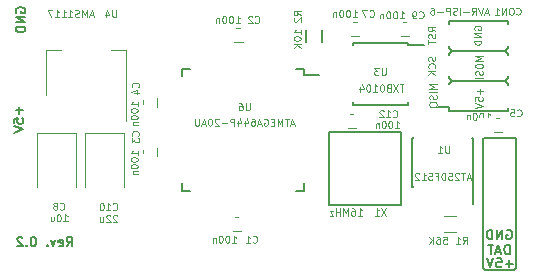
<source format=gbo>
G04 #@! TF.GenerationSoftware,KiCad,Pcbnew,no-vcs-found-200df95~58~ubuntu16.04.1*
G04 #@! TF.CreationDate,2017-05-29T15:27:06+03:00*
G04 #@! TF.ProjectId,ws281x_led_strip_controller,7773323831785F6C65645F7374726970,rev?*
G04 #@! TF.FileFunction,Legend,Bot*
G04 #@! TF.FilePolarity,Positive*
%FSLAX46Y46*%
G04 Gerber Fmt 4.6, Leading zero omitted, Abs format (unit mm)*
G04 Created by KiCad (PCBNEW no-vcs-found-200df95~58~ubuntu16.04.1) date Mon May 29 15:27:06 2017*
%MOMM*%
%LPD*%
G01*
G04 APERTURE LIST*
%ADD10C,0.100000*%
%ADD11C,0.140000*%
%ADD12C,0.200000*%
%ADD13C,0.120000*%
%ADD14C,0.150000*%
%ADD15R,5.500000X1.200000*%
%ADD16R,5.500000X1.700000*%
%ADD17R,1.600000X1.150000*%
%ADD18R,1.150000X1.600000*%
%ADD19R,2.900000X1.670000*%
%ADD20R,1.300000X1.600000*%
%ADD21R,1.850000X0.850000*%
%ADD22R,2.900000X2.350000*%
%ADD23R,1.000000X1.950000*%
%ADD24R,1.900000X2.400000*%
%ADD25R,4.200000X2.400000*%
%ADD26R,1.600000X1.300000*%
%ADD27O,2.100000X2.100000*%
%ADD28R,2.100000X2.100000*%
%ADD29R,0.950000X1.900000*%
%ADD30R,1.900000X0.950000*%
G04 APERTURE END LIST*
D10*
D11*
X75200000Y-73790476D02*
X75161904Y-73714285D01*
X75161904Y-73600000D01*
X75200000Y-73485714D01*
X75276190Y-73409523D01*
X75352380Y-73371428D01*
X75504761Y-73333333D01*
X75619047Y-73333333D01*
X75771428Y-73371428D01*
X75847619Y-73409523D01*
X75923809Y-73485714D01*
X75961904Y-73600000D01*
X75961904Y-73676190D01*
X75923809Y-73790476D01*
X75885714Y-73828571D01*
X75619047Y-73828571D01*
X75619047Y-73676190D01*
X75961904Y-74171428D02*
X75161904Y-74171428D01*
X75961904Y-74628571D01*
X75161904Y-74628571D01*
X75961904Y-75009523D02*
X75161904Y-75009523D01*
X75161904Y-75200000D01*
X75200000Y-75314285D01*
X75276190Y-75390476D01*
X75352380Y-75428571D01*
X75504761Y-75466666D01*
X75619047Y-75466666D01*
X75771428Y-75428571D01*
X75847619Y-75390476D01*
X75923809Y-75314285D01*
X75961904Y-75200000D01*
X75961904Y-75009523D01*
D12*
X114700000Y-84500000D02*
X114800000Y-84400000D01*
X114700000Y-95200000D02*
X114700000Y-84500000D01*
X114700000Y-95200000D02*
X114700000Y-95400000D01*
X114900000Y-95600000D02*
X114700000Y-95400000D01*
X117300000Y-95600000D02*
X114900000Y-95600000D01*
X117500000Y-95400000D02*
X117300000Y-95600000D01*
X117500000Y-84400000D02*
X117500000Y-95400000D01*
X114800000Y-84400000D02*
X117500000Y-84400000D01*
D11*
X117228571Y-95057142D02*
X116619047Y-95057142D01*
X116923809Y-95361904D02*
X116923809Y-94752380D01*
X115857142Y-94561904D02*
X116238095Y-94561904D01*
X116276190Y-94942857D01*
X116238095Y-94904761D01*
X116161904Y-94866666D01*
X115971428Y-94866666D01*
X115895238Y-94904761D01*
X115857142Y-94942857D01*
X115819047Y-95019047D01*
X115819047Y-95209523D01*
X115857142Y-95285714D01*
X115895238Y-95323809D01*
X115971428Y-95361904D01*
X116161904Y-95361904D01*
X116238095Y-95323809D01*
X116276190Y-95285714D01*
X115590476Y-94561904D02*
X115323809Y-95361904D01*
X115057142Y-94561904D01*
X116957142Y-94261904D02*
X116957142Y-93461904D01*
X116766666Y-93461904D01*
X116652380Y-93500000D01*
X116576190Y-93576190D01*
X116538095Y-93652380D01*
X116500000Y-93804761D01*
X116500000Y-93919047D01*
X116538095Y-94071428D01*
X116576190Y-94147619D01*
X116652380Y-94223809D01*
X116766666Y-94261904D01*
X116957142Y-94261904D01*
X116195238Y-94033333D02*
X115814285Y-94033333D01*
X116271428Y-94261904D02*
X116004761Y-93461904D01*
X115738095Y-94261904D01*
X115585714Y-93461904D02*
X115128571Y-93461904D01*
X115357142Y-94261904D02*
X115357142Y-93461904D01*
X116709523Y-92200000D02*
X116785714Y-92161904D01*
X116900000Y-92161904D01*
X117014285Y-92200000D01*
X117090476Y-92276190D01*
X117128571Y-92352380D01*
X117166666Y-92504761D01*
X117166666Y-92619047D01*
X117128571Y-92771428D01*
X117090476Y-92847619D01*
X117014285Y-92923809D01*
X116900000Y-92961904D01*
X116823809Y-92961904D01*
X116709523Y-92923809D01*
X116671428Y-92885714D01*
X116671428Y-92619047D01*
X116823809Y-92619047D01*
X116328571Y-92961904D02*
X116328571Y-92161904D01*
X115871428Y-92961904D01*
X115871428Y-92161904D01*
X115490476Y-92961904D02*
X115490476Y-92161904D01*
X115300000Y-92161904D01*
X115185714Y-92200000D01*
X115109523Y-92276190D01*
X115071428Y-92352380D01*
X115033333Y-92504761D01*
X115033333Y-92619047D01*
X115071428Y-92771428D01*
X115109523Y-92847619D01*
X115185714Y-92923809D01*
X115300000Y-92961904D01*
X115490476Y-92961904D01*
D13*
X114442857Y-80228571D02*
X114442857Y-80685714D01*
X114671428Y-80457142D02*
X114214285Y-80457142D01*
X114071428Y-81257142D02*
X114071428Y-80971428D01*
X114357142Y-80942857D01*
X114328571Y-80971428D01*
X114300000Y-81028571D01*
X114300000Y-81171428D01*
X114328571Y-81228571D01*
X114357142Y-81257142D01*
X114414285Y-81285714D01*
X114557142Y-81285714D01*
X114614285Y-81257142D01*
X114642857Y-81228571D01*
X114671428Y-81171428D01*
X114671428Y-81028571D01*
X114642857Y-80971428D01*
X114614285Y-80942857D01*
X114071428Y-81457142D02*
X114671428Y-81657142D01*
X114071428Y-81857142D01*
D11*
X75457142Y-81771428D02*
X75457142Y-82380952D01*
X75761904Y-82076190D02*
X75152380Y-82076190D01*
X74961904Y-83142857D02*
X74961904Y-82761904D01*
X75342857Y-82723809D01*
X75304761Y-82761904D01*
X75266666Y-82838095D01*
X75266666Y-83028571D01*
X75304761Y-83104761D01*
X75342857Y-83142857D01*
X75419047Y-83180952D01*
X75609523Y-83180952D01*
X75685714Y-83142857D01*
X75723809Y-83104761D01*
X75761904Y-83028571D01*
X75761904Y-82838095D01*
X75723809Y-82761904D01*
X75685714Y-82723809D01*
X74961904Y-83409523D02*
X75761904Y-83676190D01*
X74961904Y-83942857D01*
X79447619Y-93561904D02*
X79714285Y-93180952D01*
X79904761Y-93561904D02*
X79904761Y-92761904D01*
X79600000Y-92761904D01*
X79523809Y-92800000D01*
X79485714Y-92838095D01*
X79447619Y-92914285D01*
X79447619Y-93028571D01*
X79485714Y-93104761D01*
X79523809Y-93142857D01*
X79600000Y-93180952D01*
X79904761Y-93180952D01*
X78800000Y-93523809D02*
X78876190Y-93561904D01*
X79028571Y-93561904D01*
X79104761Y-93523809D01*
X79142857Y-93447619D01*
X79142857Y-93142857D01*
X79104761Y-93066666D01*
X79028571Y-93028571D01*
X78876190Y-93028571D01*
X78800000Y-93066666D01*
X78761904Y-93142857D01*
X78761904Y-93219047D01*
X79142857Y-93295238D01*
X78495238Y-93028571D02*
X78304761Y-93561904D01*
X78114285Y-93028571D01*
X77809523Y-93485714D02*
X77771428Y-93523809D01*
X77809523Y-93561904D01*
X77847619Y-93523809D01*
X77809523Y-93485714D01*
X77809523Y-93561904D01*
X76666666Y-92761904D02*
X76590476Y-92761904D01*
X76514285Y-92800000D01*
X76476190Y-92838095D01*
X76438095Y-92914285D01*
X76400000Y-93066666D01*
X76400000Y-93257142D01*
X76438095Y-93409523D01*
X76476190Y-93485714D01*
X76514285Y-93523809D01*
X76590476Y-93561904D01*
X76666666Y-93561904D01*
X76742857Y-93523809D01*
X76780952Y-93485714D01*
X76819047Y-93409523D01*
X76857142Y-93257142D01*
X76857142Y-93066666D01*
X76819047Y-92914285D01*
X76780952Y-92838095D01*
X76742857Y-92800000D01*
X76666666Y-92761904D01*
X76057142Y-93485714D02*
X76019047Y-93523809D01*
X76057142Y-93561904D01*
X76095238Y-93523809D01*
X76057142Y-93485714D01*
X76057142Y-93561904D01*
X75714285Y-92838095D02*
X75676190Y-92800000D01*
X75600000Y-92761904D01*
X75409523Y-92761904D01*
X75333333Y-92800000D01*
X75295238Y-92838095D01*
X75257142Y-92914285D01*
X75257142Y-92990476D01*
X75295238Y-93104761D01*
X75752380Y-93561904D01*
X75257142Y-93561904D01*
D13*
X114000000Y-75242857D02*
X113971428Y-75185714D01*
X113971428Y-75100000D01*
X114000000Y-75014285D01*
X114057142Y-74957142D01*
X114114285Y-74928571D01*
X114228571Y-74900000D01*
X114314285Y-74900000D01*
X114428571Y-74928571D01*
X114485714Y-74957142D01*
X114542857Y-75014285D01*
X114571428Y-75100000D01*
X114571428Y-75157142D01*
X114542857Y-75242857D01*
X114514285Y-75271428D01*
X114314285Y-75271428D01*
X114314285Y-75157142D01*
X114571428Y-75528571D02*
X113971428Y-75528571D01*
X114571428Y-75871428D01*
X113971428Y-75871428D01*
X114571428Y-76157142D02*
X113971428Y-76157142D01*
X113971428Y-76300000D01*
X114000000Y-76385714D01*
X114057142Y-76442857D01*
X114114285Y-76471428D01*
X114228571Y-76500000D01*
X114314285Y-76500000D01*
X114428571Y-76471428D01*
X114485714Y-76442857D01*
X114542857Y-76385714D01*
X114571428Y-76300000D01*
X114571428Y-76157142D01*
X114671428Y-77457142D02*
X114071428Y-77457142D01*
X114500000Y-77657142D01*
X114071428Y-77857142D01*
X114671428Y-77857142D01*
X114071428Y-78257142D02*
X114071428Y-78371428D01*
X114100000Y-78428571D01*
X114157142Y-78485714D01*
X114271428Y-78514285D01*
X114471428Y-78514285D01*
X114585714Y-78485714D01*
X114642857Y-78428571D01*
X114671428Y-78371428D01*
X114671428Y-78257142D01*
X114642857Y-78200000D01*
X114585714Y-78142857D01*
X114471428Y-78114285D01*
X114271428Y-78114285D01*
X114157142Y-78142857D01*
X114100000Y-78200000D01*
X114071428Y-78257142D01*
X114642857Y-78742857D02*
X114671428Y-78828571D01*
X114671428Y-78971428D01*
X114642857Y-79028571D01*
X114614285Y-79057142D01*
X114557142Y-79085714D01*
X114500000Y-79085714D01*
X114442857Y-79057142D01*
X114414285Y-79028571D01*
X114385714Y-78971428D01*
X114357142Y-78857142D01*
X114328571Y-78800000D01*
X114300000Y-78771428D01*
X114242857Y-78742857D01*
X114185714Y-78742857D01*
X114128571Y-78771428D01*
X114100000Y-78800000D01*
X114071428Y-78857142D01*
X114071428Y-79000000D01*
X114100000Y-79085714D01*
X114671428Y-79342857D02*
X114071428Y-79342857D01*
X110771428Y-79857142D02*
X110171428Y-79857142D01*
X110600000Y-80057142D01*
X110171428Y-80257142D01*
X110771428Y-80257142D01*
X110771428Y-80542857D02*
X110171428Y-80542857D01*
X110742857Y-80800000D02*
X110771428Y-80885714D01*
X110771428Y-81028571D01*
X110742857Y-81085714D01*
X110714285Y-81114285D01*
X110657142Y-81142857D01*
X110600000Y-81142857D01*
X110542857Y-81114285D01*
X110514285Y-81085714D01*
X110485714Y-81028571D01*
X110457142Y-80914285D01*
X110428571Y-80857142D01*
X110400000Y-80828571D01*
X110342857Y-80800000D01*
X110285714Y-80800000D01*
X110228571Y-80828571D01*
X110200000Y-80857142D01*
X110171428Y-80914285D01*
X110171428Y-81057142D01*
X110200000Y-81142857D01*
X110171428Y-81514285D02*
X110171428Y-81628571D01*
X110200000Y-81685714D01*
X110257142Y-81742857D01*
X110371428Y-81771428D01*
X110571428Y-81771428D01*
X110685714Y-81742857D01*
X110742857Y-81685714D01*
X110771428Y-81628571D01*
X110771428Y-81514285D01*
X110742857Y-81457142D01*
X110685714Y-81400000D01*
X110571428Y-81371428D01*
X110371428Y-81371428D01*
X110257142Y-81400000D01*
X110200000Y-81457142D01*
X110171428Y-81514285D01*
X110642857Y-77528571D02*
X110671428Y-77614285D01*
X110671428Y-77757142D01*
X110642857Y-77814285D01*
X110614285Y-77842857D01*
X110557142Y-77871428D01*
X110500000Y-77871428D01*
X110442857Y-77842857D01*
X110414285Y-77814285D01*
X110385714Y-77757142D01*
X110357142Y-77642857D01*
X110328571Y-77585714D01*
X110300000Y-77557142D01*
X110242857Y-77528571D01*
X110185714Y-77528571D01*
X110128571Y-77557142D01*
X110100000Y-77585714D01*
X110071428Y-77642857D01*
X110071428Y-77785714D01*
X110100000Y-77871428D01*
X110614285Y-78471428D02*
X110642857Y-78442857D01*
X110671428Y-78357142D01*
X110671428Y-78300000D01*
X110642857Y-78214285D01*
X110585714Y-78157142D01*
X110528571Y-78128571D01*
X110414285Y-78100000D01*
X110328571Y-78100000D01*
X110214285Y-78128571D01*
X110157142Y-78157142D01*
X110100000Y-78214285D01*
X110071428Y-78300000D01*
X110071428Y-78357142D01*
X110100000Y-78442857D01*
X110128571Y-78471428D01*
X110671428Y-78728571D02*
X110071428Y-78728571D01*
X110671428Y-79071428D02*
X110328571Y-78814285D01*
X110071428Y-79071428D02*
X110414285Y-78728571D01*
X110671428Y-75371428D02*
X110385714Y-75171428D01*
X110671428Y-75028571D02*
X110071428Y-75028571D01*
X110071428Y-75257142D01*
X110100000Y-75314285D01*
X110128571Y-75342857D01*
X110185714Y-75371428D01*
X110271428Y-75371428D01*
X110328571Y-75342857D01*
X110357142Y-75314285D01*
X110385714Y-75257142D01*
X110385714Y-75028571D01*
X110642857Y-75600000D02*
X110671428Y-75685714D01*
X110671428Y-75828571D01*
X110642857Y-75885714D01*
X110614285Y-75914285D01*
X110557142Y-75942857D01*
X110500000Y-75942857D01*
X110442857Y-75914285D01*
X110414285Y-75885714D01*
X110385714Y-75828571D01*
X110357142Y-75714285D01*
X110328571Y-75657142D01*
X110300000Y-75628571D01*
X110242857Y-75600000D01*
X110185714Y-75600000D01*
X110128571Y-75628571D01*
X110100000Y-75657142D01*
X110071428Y-75714285D01*
X110071428Y-75857142D01*
X110100000Y-75942857D01*
X110071428Y-76114285D02*
X110071428Y-76457142D01*
X110671428Y-76285714D02*
X110071428Y-76285714D01*
D14*
X101650000Y-90100000D02*
X101652000Y-83901200D01*
X107750000Y-90100000D02*
X101650000Y-90100000D01*
X107750000Y-83900000D02*
X107750000Y-90100000D01*
X101652000Y-83901200D02*
X107750000Y-83900000D01*
D13*
X103550000Y-75800000D02*
X104250000Y-75800000D01*
X104250000Y-74600000D02*
X103550000Y-74600000D01*
X94350000Y-75100000D02*
X93650000Y-75100000D01*
X93650000Y-76300000D02*
X94350000Y-76300000D01*
X93550000Y-92300000D02*
X94250000Y-92300000D01*
X94250000Y-91100000D02*
X93550000Y-91100000D01*
X87100000Y-85950000D02*
X87100000Y-85250000D01*
X85900000Y-85250000D02*
X85900000Y-85950000D01*
X87100000Y-81750000D02*
X87100000Y-81050000D01*
X85900000Y-81050000D02*
X85900000Y-81750000D01*
X108450000Y-74600000D02*
X107750000Y-74600000D01*
X107750000Y-75800000D02*
X108450000Y-75800000D01*
D14*
X111800000Y-81800000D02*
X110900000Y-81800000D01*
X112050000Y-79570000D02*
X116550000Y-79570000D01*
X116800000Y-74490000D02*
X116800000Y-74770000D01*
X116800000Y-74490000D02*
X111800000Y-74490000D01*
X111800000Y-74490000D02*
X111800000Y-74770000D01*
X111800000Y-82110000D02*
X111800000Y-81830000D01*
X116800000Y-82110000D02*
X111800000Y-82110000D01*
X116800000Y-79951000D02*
X116800000Y-79824000D01*
X116800000Y-79824000D02*
X116546000Y-79570000D01*
X116546000Y-79570000D02*
X116800000Y-79316000D01*
X116800000Y-79316000D02*
X116800000Y-79189000D01*
X116800000Y-82110000D02*
X116800000Y-81830000D01*
X116800000Y-77411000D02*
X116800000Y-77284000D01*
X111800000Y-79189000D02*
X111800000Y-79316000D01*
X116546000Y-77030000D02*
X116800000Y-76776000D01*
X112054000Y-79570000D02*
X111800000Y-79824000D01*
X116800000Y-76776000D02*
X116800000Y-76649000D01*
X111800000Y-79824000D02*
X111800000Y-79951000D01*
X116800000Y-77284000D02*
X116546000Y-77030000D01*
X111800000Y-79316000D02*
X112054000Y-79570000D01*
X111800000Y-76649000D02*
X111800000Y-76776000D01*
X111800000Y-77284000D02*
X111800000Y-77411000D01*
X112054000Y-77030000D02*
X111800000Y-77284000D01*
X111800000Y-76776000D02*
X112054000Y-77030000D01*
X112050000Y-77030000D02*
X116550000Y-77030000D01*
X99725000Y-75300000D02*
X99725000Y-76300000D01*
X101075000Y-76300000D02*
X101075000Y-75300000D01*
X108325000Y-76500000D02*
X109675000Y-76500000D01*
X108325000Y-81625000D02*
X103675000Y-81625000D01*
X108325000Y-76375000D02*
X103675000Y-76375000D01*
X108325000Y-81625000D02*
X108325000Y-81400000D01*
X103675000Y-81625000D02*
X103675000Y-81400000D01*
X103675000Y-76375000D02*
X103675000Y-76600000D01*
X108325000Y-76375000D02*
X108325000Y-76500000D01*
D13*
X76950000Y-84000000D02*
X76950000Y-88550000D01*
X80250000Y-84000000D02*
X80250000Y-88550000D01*
X76950000Y-84000000D02*
X80250000Y-84000000D01*
X81050000Y-84000000D02*
X84350000Y-84000000D01*
X84350000Y-84000000D02*
X84350000Y-88550000D01*
X81050000Y-84000000D02*
X81050000Y-88550000D01*
D14*
X113830000Y-88575000D02*
X113830000Y-89975000D01*
X108730000Y-88575000D02*
X108730000Y-84425000D01*
X113880000Y-88575000D02*
X113880000Y-84425000D01*
X108730000Y-88575000D02*
X108875000Y-88575000D01*
X108730000Y-84425000D02*
X108875000Y-84425000D01*
X113880000Y-84425000D02*
X113735000Y-84425000D01*
X113880000Y-88575000D02*
X113830000Y-88575000D01*
D13*
X84510000Y-83000000D02*
X84510000Y-76990000D01*
X77690000Y-80750000D02*
X77690000Y-76990000D01*
X84510000Y-76990000D02*
X83250000Y-76990000D01*
X77690000Y-76990000D02*
X78950000Y-76990000D01*
X116350000Y-82700000D02*
X115650000Y-82700000D01*
X115650000Y-83900000D02*
X116350000Y-83900000D01*
X112400000Y-91020000D02*
X111400000Y-91020000D01*
X111400000Y-92380000D02*
X112400000Y-92380000D01*
X103250000Y-83600000D02*
X103950000Y-83600000D01*
X103950000Y-82400000D02*
X103250000Y-82400000D01*
D14*
X99575000Y-79100000D02*
X100850000Y-79100000D01*
X89225000Y-78525000D02*
X89900000Y-78525000D01*
X89225000Y-88875000D02*
X89900000Y-88875000D01*
X99575000Y-88875000D02*
X98900000Y-88875000D01*
X99575000Y-78525000D02*
X98900000Y-78525000D01*
X99575000Y-88875000D02*
X99575000Y-88200000D01*
X89225000Y-88875000D02*
X89225000Y-88200000D01*
X89225000Y-78525000D02*
X89225000Y-79200000D01*
X99575000Y-78525000D02*
X99575000Y-79100000D01*
D13*
X106485714Y-90371428D02*
X106085714Y-90971428D01*
X106085714Y-90371428D02*
X106485714Y-90971428D01*
X105542857Y-90971428D02*
X105885714Y-90971428D01*
X105714285Y-90971428D02*
X105714285Y-90371428D01*
X105771428Y-90457142D01*
X105828571Y-90514285D01*
X105885714Y-90542857D01*
X104114285Y-90971428D02*
X104457142Y-90971428D01*
X104285714Y-90971428D02*
X104285714Y-90371428D01*
X104342857Y-90457142D01*
X104400000Y-90514285D01*
X104457142Y-90542857D01*
X103600000Y-90371428D02*
X103714285Y-90371428D01*
X103771428Y-90400000D01*
X103800000Y-90428571D01*
X103857142Y-90514285D01*
X103885714Y-90628571D01*
X103885714Y-90857142D01*
X103857142Y-90914285D01*
X103828571Y-90942857D01*
X103771428Y-90971428D01*
X103657142Y-90971428D01*
X103600000Y-90942857D01*
X103571428Y-90914285D01*
X103542857Y-90857142D01*
X103542857Y-90714285D01*
X103571428Y-90657142D01*
X103600000Y-90628571D01*
X103657142Y-90600000D01*
X103771428Y-90600000D01*
X103828571Y-90628571D01*
X103857142Y-90657142D01*
X103885714Y-90714285D01*
X103285714Y-90971428D02*
X103285714Y-90371428D01*
X103085714Y-90800000D01*
X102885714Y-90371428D01*
X102885714Y-90971428D01*
X102600000Y-90971428D02*
X102600000Y-90371428D01*
X102600000Y-90657142D02*
X102257142Y-90657142D01*
X102257142Y-90971428D02*
X102257142Y-90371428D01*
X102028571Y-90571428D02*
X101714285Y-90571428D01*
X102028571Y-90971428D01*
X101714285Y-90971428D01*
X105100000Y-74114285D02*
X105128571Y-74142857D01*
X105214285Y-74171428D01*
X105271428Y-74171428D01*
X105357142Y-74142857D01*
X105414285Y-74085714D01*
X105442857Y-74028571D01*
X105471428Y-73914285D01*
X105471428Y-73828571D01*
X105442857Y-73714285D01*
X105414285Y-73657142D01*
X105357142Y-73600000D01*
X105271428Y-73571428D01*
X105214285Y-73571428D01*
X105128571Y-73600000D01*
X105100000Y-73628571D01*
X104900000Y-73571428D02*
X104500000Y-73571428D01*
X104757142Y-74171428D01*
X103671428Y-74171428D02*
X104014285Y-74171428D01*
X103842857Y-74171428D02*
X103842857Y-73571428D01*
X103900000Y-73657142D01*
X103957142Y-73714285D01*
X104014285Y-73742857D01*
X103300000Y-73571428D02*
X103242857Y-73571428D01*
X103185714Y-73600000D01*
X103157142Y-73628571D01*
X103128571Y-73685714D01*
X103100000Y-73800000D01*
X103100000Y-73942857D01*
X103128571Y-74057142D01*
X103157142Y-74114285D01*
X103185714Y-74142857D01*
X103242857Y-74171428D01*
X103300000Y-74171428D01*
X103357142Y-74142857D01*
X103385714Y-74114285D01*
X103414285Y-74057142D01*
X103442857Y-73942857D01*
X103442857Y-73800000D01*
X103414285Y-73685714D01*
X103385714Y-73628571D01*
X103357142Y-73600000D01*
X103300000Y-73571428D01*
X102728571Y-73571428D02*
X102671428Y-73571428D01*
X102614285Y-73600000D01*
X102585714Y-73628571D01*
X102557142Y-73685714D01*
X102528571Y-73800000D01*
X102528571Y-73942857D01*
X102557142Y-74057142D01*
X102585714Y-74114285D01*
X102614285Y-74142857D01*
X102671428Y-74171428D01*
X102728571Y-74171428D01*
X102785714Y-74142857D01*
X102814285Y-74114285D01*
X102842857Y-74057142D01*
X102871428Y-73942857D01*
X102871428Y-73800000D01*
X102842857Y-73685714D01*
X102814285Y-73628571D01*
X102785714Y-73600000D01*
X102728571Y-73571428D01*
X102271428Y-73771428D02*
X102271428Y-74171428D01*
X102271428Y-73828571D02*
X102242857Y-73800000D01*
X102185714Y-73771428D01*
X102100000Y-73771428D01*
X102042857Y-73800000D01*
X102014285Y-73857142D01*
X102014285Y-74171428D01*
X95400000Y-74614285D02*
X95428571Y-74642857D01*
X95514285Y-74671428D01*
X95571428Y-74671428D01*
X95657142Y-74642857D01*
X95714285Y-74585714D01*
X95742857Y-74528571D01*
X95771428Y-74414285D01*
X95771428Y-74328571D01*
X95742857Y-74214285D01*
X95714285Y-74157142D01*
X95657142Y-74100000D01*
X95571428Y-74071428D01*
X95514285Y-74071428D01*
X95428571Y-74100000D01*
X95400000Y-74128571D01*
X95171428Y-74128571D02*
X95142857Y-74100000D01*
X95085714Y-74071428D01*
X94942857Y-74071428D01*
X94885714Y-74100000D01*
X94857142Y-74128571D01*
X94828571Y-74185714D01*
X94828571Y-74242857D01*
X94857142Y-74328571D01*
X95200000Y-74671428D01*
X94828571Y-74671428D01*
X93771428Y-74671428D02*
X94114285Y-74671428D01*
X93942857Y-74671428D02*
X93942857Y-74071428D01*
X94000000Y-74157142D01*
X94057142Y-74214285D01*
X94114285Y-74242857D01*
X93400000Y-74071428D02*
X93342857Y-74071428D01*
X93285714Y-74100000D01*
X93257142Y-74128571D01*
X93228571Y-74185714D01*
X93200000Y-74300000D01*
X93200000Y-74442857D01*
X93228571Y-74557142D01*
X93257142Y-74614285D01*
X93285714Y-74642857D01*
X93342857Y-74671428D01*
X93400000Y-74671428D01*
X93457142Y-74642857D01*
X93485714Y-74614285D01*
X93514285Y-74557142D01*
X93542857Y-74442857D01*
X93542857Y-74300000D01*
X93514285Y-74185714D01*
X93485714Y-74128571D01*
X93457142Y-74100000D01*
X93400000Y-74071428D01*
X92828571Y-74071428D02*
X92771428Y-74071428D01*
X92714285Y-74100000D01*
X92685714Y-74128571D01*
X92657142Y-74185714D01*
X92628571Y-74300000D01*
X92628571Y-74442857D01*
X92657142Y-74557142D01*
X92685714Y-74614285D01*
X92714285Y-74642857D01*
X92771428Y-74671428D01*
X92828571Y-74671428D01*
X92885714Y-74642857D01*
X92914285Y-74614285D01*
X92942857Y-74557142D01*
X92971428Y-74442857D01*
X92971428Y-74300000D01*
X92942857Y-74185714D01*
X92914285Y-74128571D01*
X92885714Y-74100000D01*
X92828571Y-74071428D01*
X92371428Y-74271428D02*
X92371428Y-74671428D01*
X92371428Y-74328571D02*
X92342857Y-74300000D01*
X92285714Y-74271428D01*
X92200000Y-74271428D01*
X92142857Y-74300000D01*
X92114285Y-74357142D01*
X92114285Y-74671428D01*
X95200000Y-93214285D02*
X95228571Y-93242857D01*
X95314285Y-93271428D01*
X95371428Y-93271428D01*
X95457142Y-93242857D01*
X95514285Y-93185714D01*
X95542857Y-93128571D01*
X95571428Y-93014285D01*
X95571428Y-92928571D01*
X95542857Y-92814285D01*
X95514285Y-92757142D01*
X95457142Y-92700000D01*
X95371428Y-92671428D01*
X95314285Y-92671428D01*
X95228571Y-92700000D01*
X95200000Y-92728571D01*
X94628571Y-93271428D02*
X94971428Y-93271428D01*
X94800000Y-93271428D02*
X94800000Y-92671428D01*
X94857142Y-92757142D01*
X94914285Y-92814285D01*
X94971428Y-92842857D01*
X93471428Y-93271428D02*
X93814285Y-93271428D01*
X93642857Y-93271428D02*
X93642857Y-92671428D01*
X93700000Y-92757142D01*
X93757142Y-92814285D01*
X93814285Y-92842857D01*
X93100000Y-92671428D02*
X93042857Y-92671428D01*
X92985714Y-92700000D01*
X92957142Y-92728571D01*
X92928571Y-92785714D01*
X92900000Y-92900000D01*
X92900000Y-93042857D01*
X92928571Y-93157142D01*
X92957142Y-93214285D01*
X92985714Y-93242857D01*
X93042857Y-93271428D01*
X93100000Y-93271428D01*
X93157142Y-93242857D01*
X93185714Y-93214285D01*
X93214285Y-93157142D01*
X93242857Y-93042857D01*
X93242857Y-92900000D01*
X93214285Y-92785714D01*
X93185714Y-92728571D01*
X93157142Y-92700000D01*
X93100000Y-92671428D01*
X92528571Y-92671428D02*
X92471428Y-92671428D01*
X92414285Y-92700000D01*
X92385714Y-92728571D01*
X92357142Y-92785714D01*
X92328571Y-92900000D01*
X92328571Y-93042857D01*
X92357142Y-93157142D01*
X92385714Y-93214285D01*
X92414285Y-93242857D01*
X92471428Y-93271428D01*
X92528571Y-93271428D01*
X92585714Y-93242857D01*
X92614285Y-93214285D01*
X92642857Y-93157142D01*
X92671428Y-93042857D01*
X92671428Y-92900000D01*
X92642857Y-92785714D01*
X92614285Y-92728571D01*
X92585714Y-92700000D01*
X92528571Y-92671428D01*
X92071428Y-92871428D02*
X92071428Y-93271428D01*
X92071428Y-92928571D02*
X92042857Y-92900000D01*
X91985714Y-92871428D01*
X91900000Y-92871428D01*
X91842857Y-92900000D01*
X91814285Y-92957142D01*
X91814285Y-93271428D01*
X85514285Y-84200000D02*
X85542857Y-84171428D01*
X85571428Y-84085714D01*
X85571428Y-84028571D01*
X85542857Y-83942857D01*
X85485714Y-83885714D01*
X85428571Y-83857142D01*
X85314285Y-83828571D01*
X85228571Y-83828571D01*
X85114285Y-83857142D01*
X85057142Y-83885714D01*
X85000000Y-83942857D01*
X84971428Y-84028571D01*
X84971428Y-84085714D01*
X85000000Y-84171428D01*
X85028571Y-84200000D01*
X84971428Y-84400000D02*
X84971428Y-84771428D01*
X85200000Y-84571428D01*
X85200000Y-84657142D01*
X85228571Y-84714285D01*
X85257142Y-84742857D01*
X85314285Y-84771428D01*
X85457142Y-84771428D01*
X85514285Y-84742857D01*
X85542857Y-84714285D01*
X85571428Y-84657142D01*
X85571428Y-84485714D01*
X85542857Y-84428571D01*
X85514285Y-84400000D01*
X85471428Y-85828571D02*
X85471428Y-85485714D01*
X85471428Y-85657142D02*
X84871428Y-85657142D01*
X84957142Y-85600000D01*
X85014285Y-85542857D01*
X85042857Y-85485714D01*
X84871428Y-86200000D02*
X84871428Y-86257142D01*
X84900000Y-86314285D01*
X84928571Y-86342857D01*
X84985714Y-86371428D01*
X85100000Y-86400000D01*
X85242857Y-86400000D01*
X85357142Y-86371428D01*
X85414285Y-86342857D01*
X85442857Y-86314285D01*
X85471428Y-86257142D01*
X85471428Y-86200000D01*
X85442857Y-86142857D01*
X85414285Y-86114285D01*
X85357142Y-86085714D01*
X85242857Y-86057142D01*
X85100000Y-86057142D01*
X84985714Y-86085714D01*
X84928571Y-86114285D01*
X84900000Y-86142857D01*
X84871428Y-86200000D01*
X84871428Y-86771428D02*
X84871428Y-86828571D01*
X84900000Y-86885714D01*
X84928571Y-86914285D01*
X84985714Y-86942857D01*
X85100000Y-86971428D01*
X85242857Y-86971428D01*
X85357142Y-86942857D01*
X85414285Y-86914285D01*
X85442857Y-86885714D01*
X85471428Y-86828571D01*
X85471428Y-86771428D01*
X85442857Y-86714285D01*
X85414285Y-86685714D01*
X85357142Y-86657142D01*
X85242857Y-86628571D01*
X85100000Y-86628571D01*
X84985714Y-86657142D01*
X84928571Y-86685714D01*
X84900000Y-86714285D01*
X84871428Y-86771428D01*
X85071428Y-87228571D02*
X85471428Y-87228571D01*
X85128571Y-87228571D02*
X85100000Y-87257142D01*
X85071428Y-87314285D01*
X85071428Y-87400000D01*
X85100000Y-87457142D01*
X85157142Y-87485714D01*
X85471428Y-87485714D01*
X85514285Y-80100000D02*
X85542857Y-80071428D01*
X85571428Y-79985714D01*
X85571428Y-79928571D01*
X85542857Y-79842857D01*
X85485714Y-79785714D01*
X85428571Y-79757142D01*
X85314285Y-79728571D01*
X85228571Y-79728571D01*
X85114285Y-79757142D01*
X85057142Y-79785714D01*
X85000000Y-79842857D01*
X84971428Y-79928571D01*
X84971428Y-79985714D01*
X85000000Y-80071428D01*
X85028571Y-80100000D01*
X85171428Y-80614285D02*
X85571428Y-80614285D01*
X84942857Y-80471428D02*
X85371428Y-80328571D01*
X85371428Y-80700000D01*
X85471428Y-81678571D02*
X85471428Y-81335714D01*
X85471428Y-81507142D02*
X84871428Y-81507142D01*
X84957142Y-81450000D01*
X85014285Y-81392857D01*
X85042857Y-81335714D01*
X84871428Y-82050000D02*
X84871428Y-82107142D01*
X84900000Y-82164285D01*
X84928571Y-82192857D01*
X84985714Y-82221428D01*
X85100000Y-82250000D01*
X85242857Y-82250000D01*
X85357142Y-82221428D01*
X85414285Y-82192857D01*
X85442857Y-82164285D01*
X85471428Y-82107142D01*
X85471428Y-82050000D01*
X85442857Y-81992857D01*
X85414285Y-81964285D01*
X85357142Y-81935714D01*
X85242857Y-81907142D01*
X85100000Y-81907142D01*
X84985714Y-81935714D01*
X84928571Y-81964285D01*
X84900000Y-81992857D01*
X84871428Y-82050000D01*
X84871428Y-82621428D02*
X84871428Y-82678571D01*
X84900000Y-82735714D01*
X84928571Y-82764285D01*
X84985714Y-82792857D01*
X85100000Y-82821428D01*
X85242857Y-82821428D01*
X85357142Y-82792857D01*
X85414285Y-82764285D01*
X85442857Y-82735714D01*
X85471428Y-82678571D01*
X85471428Y-82621428D01*
X85442857Y-82564285D01*
X85414285Y-82535714D01*
X85357142Y-82507142D01*
X85242857Y-82478571D01*
X85100000Y-82478571D01*
X84985714Y-82507142D01*
X84928571Y-82535714D01*
X84900000Y-82564285D01*
X84871428Y-82621428D01*
X85071428Y-83078571D02*
X85471428Y-83078571D01*
X85128571Y-83078571D02*
X85100000Y-83107142D01*
X85071428Y-83164285D01*
X85071428Y-83250000D01*
X85100000Y-83307142D01*
X85157142Y-83335714D01*
X85471428Y-83335714D01*
X109300000Y-74214285D02*
X109328571Y-74242857D01*
X109414285Y-74271428D01*
X109471428Y-74271428D01*
X109557142Y-74242857D01*
X109614285Y-74185714D01*
X109642857Y-74128571D01*
X109671428Y-74014285D01*
X109671428Y-73928571D01*
X109642857Y-73814285D01*
X109614285Y-73757142D01*
X109557142Y-73700000D01*
X109471428Y-73671428D01*
X109414285Y-73671428D01*
X109328571Y-73700000D01*
X109300000Y-73728571D01*
X109014285Y-74271428D02*
X108900000Y-74271428D01*
X108842857Y-74242857D01*
X108814285Y-74214285D01*
X108757142Y-74128571D01*
X108728571Y-74014285D01*
X108728571Y-73785714D01*
X108757142Y-73728571D01*
X108785714Y-73700000D01*
X108842857Y-73671428D01*
X108957142Y-73671428D01*
X109014285Y-73700000D01*
X109042857Y-73728571D01*
X109071428Y-73785714D01*
X109071428Y-73928571D01*
X109042857Y-73985714D01*
X109014285Y-74014285D01*
X108957142Y-74042857D01*
X108842857Y-74042857D01*
X108785714Y-74014285D01*
X108757142Y-73985714D01*
X108728571Y-73928571D01*
X107671428Y-74271428D02*
X108014285Y-74271428D01*
X107842857Y-74271428D02*
X107842857Y-73671428D01*
X107900000Y-73757142D01*
X107957142Y-73814285D01*
X108014285Y-73842857D01*
X107300000Y-73671428D02*
X107242857Y-73671428D01*
X107185714Y-73700000D01*
X107157142Y-73728571D01*
X107128571Y-73785714D01*
X107100000Y-73900000D01*
X107100000Y-74042857D01*
X107128571Y-74157142D01*
X107157142Y-74214285D01*
X107185714Y-74242857D01*
X107242857Y-74271428D01*
X107300000Y-74271428D01*
X107357142Y-74242857D01*
X107385714Y-74214285D01*
X107414285Y-74157142D01*
X107442857Y-74042857D01*
X107442857Y-73900000D01*
X107414285Y-73785714D01*
X107385714Y-73728571D01*
X107357142Y-73700000D01*
X107300000Y-73671428D01*
X106728571Y-73671428D02*
X106671428Y-73671428D01*
X106614285Y-73700000D01*
X106585714Y-73728571D01*
X106557142Y-73785714D01*
X106528571Y-73900000D01*
X106528571Y-74042857D01*
X106557142Y-74157142D01*
X106585714Y-74214285D01*
X106614285Y-74242857D01*
X106671428Y-74271428D01*
X106728571Y-74271428D01*
X106785714Y-74242857D01*
X106814285Y-74214285D01*
X106842857Y-74157142D01*
X106871428Y-74042857D01*
X106871428Y-73900000D01*
X106842857Y-73785714D01*
X106814285Y-73728571D01*
X106785714Y-73700000D01*
X106728571Y-73671428D01*
X106271428Y-73871428D02*
X106271428Y-74271428D01*
X106271428Y-73928571D02*
X106242857Y-73900000D01*
X106185714Y-73871428D01*
X106100000Y-73871428D01*
X106042857Y-73900000D01*
X106014285Y-73957142D01*
X106014285Y-74271428D01*
X117528571Y-73914285D02*
X117557142Y-73942857D01*
X117642857Y-73971428D01*
X117700000Y-73971428D01*
X117785714Y-73942857D01*
X117842857Y-73885714D01*
X117871428Y-73828571D01*
X117900000Y-73714285D01*
X117900000Y-73628571D01*
X117871428Y-73514285D01*
X117842857Y-73457142D01*
X117785714Y-73400000D01*
X117700000Y-73371428D01*
X117642857Y-73371428D01*
X117557142Y-73400000D01*
X117528571Y-73428571D01*
X117157142Y-73371428D02*
X117042857Y-73371428D01*
X116985714Y-73400000D01*
X116928571Y-73457142D01*
X116900000Y-73571428D01*
X116900000Y-73771428D01*
X116928571Y-73885714D01*
X116985714Y-73942857D01*
X117042857Y-73971428D01*
X117157142Y-73971428D01*
X117214285Y-73942857D01*
X117271428Y-73885714D01*
X117300000Y-73771428D01*
X117300000Y-73571428D01*
X117271428Y-73457142D01*
X117214285Y-73400000D01*
X117157142Y-73371428D01*
X116642857Y-73971428D02*
X116642857Y-73371428D01*
X116300000Y-73971428D01*
X116300000Y-73371428D01*
X115700000Y-73971428D02*
X116042857Y-73971428D01*
X115871428Y-73971428D02*
X115871428Y-73371428D01*
X115928571Y-73457142D01*
X115985714Y-73514285D01*
X116042857Y-73542857D01*
X115157142Y-73800000D02*
X114871428Y-73800000D01*
X115214285Y-73971428D02*
X115014285Y-73371428D01*
X114814285Y-73971428D01*
X114700000Y-73371428D02*
X114500000Y-73971428D01*
X114300000Y-73371428D01*
X113757142Y-73971428D02*
X113957142Y-73685714D01*
X114100000Y-73971428D02*
X114100000Y-73371428D01*
X113871428Y-73371428D01*
X113814285Y-73400000D01*
X113785714Y-73428571D01*
X113757142Y-73485714D01*
X113757142Y-73571428D01*
X113785714Y-73628571D01*
X113814285Y-73657142D01*
X113871428Y-73685714D01*
X114100000Y-73685714D01*
X113500000Y-73742857D02*
X113042857Y-73742857D01*
X112757142Y-73971428D02*
X112757142Y-73371428D01*
X112500000Y-73942857D02*
X112414285Y-73971428D01*
X112271428Y-73971428D01*
X112214285Y-73942857D01*
X112185714Y-73914285D01*
X112157142Y-73857142D01*
X112157142Y-73800000D01*
X112185714Y-73742857D01*
X112214285Y-73714285D01*
X112271428Y-73685714D01*
X112385714Y-73657142D01*
X112442857Y-73628571D01*
X112471428Y-73600000D01*
X112500000Y-73542857D01*
X112500000Y-73485714D01*
X112471428Y-73428571D01*
X112442857Y-73400000D01*
X112385714Y-73371428D01*
X112242857Y-73371428D01*
X112157142Y-73400000D01*
X111900000Y-73971428D02*
X111900000Y-73371428D01*
X111671428Y-73371428D01*
X111614285Y-73400000D01*
X111585714Y-73428571D01*
X111557142Y-73485714D01*
X111557142Y-73571428D01*
X111585714Y-73628571D01*
X111614285Y-73657142D01*
X111671428Y-73685714D01*
X111900000Y-73685714D01*
X111300000Y-73742857D02*
X110842857Y-73742857D01*
X110300000Y-73371428D02*
X110414285Y-73371428D01*
X110471428Y-73400000D01*
X110500000Y-73428571D01*
X110557142Y-73514285D01*
X110585714Y-73628571D01*
X110585714Y-73857142D01*
X110557142Y-73914285D01*
X110528571Y-73942857D01*
X110471428Y-73971428D01*
X110357142Y-73971428D01*
X110300000Y-73942857D01*
X110271428Y-73914285D01*
X110242857Y-73857142D01*
X110242857Y-73714285D01*
X110271428Y-73657142D01*
X110300000Y-73628571D01*
X110357142Y-73600000D01*
X110471428Y-73600000D01*
X110528571Y-73628571D01*
X110557142Y-73657142D01*
X110585714Y-73714285D01*
X99271428Y-74000000D02*
X98985714Y-73800000D01*
X99271428Y-73657142D02*
X98671428Y-73657142D01*
X98671428Y-73885714D01*
X98700000Y-73942857D01*
X98728571Y-73971428D01*
X98785714Y-74000000D01*
X98871428Y-74000000D01*
X98928571Y-73971428D01*
X98957142Y-73942857D01*
X98985714Y-73885714D01*
X98985714Y-73657142D01*
X98728571Y-74228571D02*
X98700000Y-74257142D01*
X98671428Y-74314285D01*
X98671428Y-74457142D01*
X98700000Y-74514285D01*
X98728571Y-74542857D01*
X98785714Y-74571428D01*
X98842857Y-74571428D01*
X98928571Y-74542857D01*
X99271428Y-74200000D01*
X99271428Y-74571428D01*
X99271428Y-75585714D02*
X99271428Y-75242857D01*
X99271428Y-75414285D02*
X98671428Y-75414285D01*
X98757142Y-75357142D01*
X98814285Y-75300000D01*
X98842857Y-75242857D01*
X98671428Y-75957142D02*
X98671428Y-76014285D01*
X98700000Y-76071428D01*
X98728571Y-76100000D01*
X98785714Y-76128571D01*
X98900000Y-76157142D01*
X99042857Y-76157142D01*
X99157142Y-76128571D01*
X99214285Y-76100000D01*
X99242857Y-76071428D01*
X99271428Y-76014285D01*
X99271428Y-75957142D01*
X99242857Y-75900000D01*
X99214285Y-75871428D01*
X99157142Y-75842857D01*
X99042857Y-75814285D01*
X98900000Y-75814285D01*
X98785714Y-75842857D01*
X98728571Y-75871428D01*
X98700000Y-75900000D01*
X98671428Y-75957142D01*
X99271428Y-76414285D02*
X98671428Y-76414285D01*
X99271428Y-76757142D02*
X98928571Y-76500000D01*
X98671428Y-76757142D02*
X99014285Y-76414285D01*
X106457142Y-78471428D02*
X106457142Y-78957142D01*
X106428571Y-79014285D01*
X106400000Y-79042857D01*
X106342857Y-79071428D01*
X106228571Y-79071428D01*
X106171428Y-79042857D01*
X106142857Y-79014285D01*
X106114285Y-78957142D01*
X106114285Y-78471428D01*
X105885714Y-78471428D02*
X105514285Y-78471428D01*
X105714285Y-78700000D01*
X105628571Y-78700000D01*
X105571428Y-78728571D01*
X105542857Y-78757142D01*
X105514285Y-78814285D01*
X105514285Y-78957142D01*
X105542857Y-79014285D01*
X105571428Y-79042857D01*
X105628571Y-79071428D01*
X105800000Y-79071428D01*
X105857142Y-79042857D01*
X105885714Y-79014285D01*
X108000000Y-79871428D02*
X107657142Y-79871428D01*
X107828571Y-80471428D02*
X107828571Y-79871428D01*
X107514285Y-79871428D02*
X107114285Y-80471428D01*
X107114285Y-79871428D02*
X107514285Y-80471428D01*
X106685714Y-80157142D02*
X106600000Y-80185714D01*
X106571428Y-80214285D01*
X106542857Y-80271428D01*
X106542857Y-80357142D01*
X106571428Y-80414285D01*
X106600000Y-80442857D01*
X106657142Y-80471428D01*
X106885714Y-80471428D01*
X106885714Y-79871428D01*
X106685714Y-79871428D01*
X106628571Y-79900000D01*
X106600000Y-79928571D01*
X106571428Y-79985714D01*
X106571428Y-80042857D01*
X106600000Y-80100000D01*
X106628571Y-80128571D01*
X106685714Y-80157142D01*
X106885714Y-80157142D01*
X106171428Y-79871428D02*
X106114285Y-79871428D01*
X106057142Y-79900000D01*
X106028571Y-79928571D01*
X106000000Y-79985714D01*
X105971428Y-80100000D01*
X105971428Y-80242857D01*
X106000000Y-80357142D01*
X106028571Y-80414285D01*
X106057142Y-80442857D01*
X106114285Y-80471428D01*
X106171428Y-80471428D01*
X106228571Y-80442857D01*
X106257142Y-80414285D01*
X106285714Y-80357142D01*
X106314285Y-80242857D01*
X106314285Y-80100000D01*
X106285714Y-79985714D01*
X106257142Y-79928571D01*
X106228571Y-79900000D01*
X106171428Y-79871428D01*
X105400000Y-80471428D02*
X105742857Y-80471428D01*
X105571428Y-80471428D02*
X105571428Y-79871428D01*
X105628571Y-79957142D01*
X105685714Y-80014285D01*
X105742857Y-80042857D01*
X105028571Y-79871428D02*
X104971428Y-79871428D01*
X104914285Y-79900000D01*
X104885714Y-79928571D01*
X104857142Y-79985714D01*
X104828571Y-80100000D01*
X104828571Y-80242857D01*
X104857142Y-80357142D01*
X104885714Y-80414285D01*
X104914285Y-80442857D01*
X104971428Y-80471428D01*
X105028571Y-80471428D01*
X105085714Y-80442857D01*
X105114285Y-80414285D01*
X105142857Y-80357142D01*
X105171428Y-80242857D01*
X105171428Y-80100000D01*
X105142857Y-79985714D01*
X105114285Y-79928571D01*
X105085714Y-79900000D01*
X105028571Y-79871428D01*
X104314285Y-80071428D02*
X104314285Y-80471428D01*
X104457142Y-79842857D02*
X104600000Y-80271428D01*
X104228571Y-80271428D01*
X78900000Y-90414285D02*
X78928571Y-90442857D01*
X79014285Y-90471428D01*
X79071428Y-90471428D01*
X79157142Y-90442857D01*
X79214285Y-90385714D01*
X79242857Y-90328571D01*
X79271428Y-90214285D01*
X79271428Y-90128571D01*
X79242857Y-90014285D01*
X79214285Y-89957142D01*
X79157142Y-89900000D01*
X79071428Y-89871428D01*
X79014285Y-89871428D01*
X78928571Y-89900000D01*
X78900000Y-89928571D01*
X78557142Y-90128571D02*
X78614285Y-90100000D01*
X78642857Y-90071428D01*
X78671428Y-90014285D01*
X78671428Y-89985714D01*
X78642857Y-89928571D01*
X78614285Y-89900000D01*
X78557142Y-89871428D01*
X78442857Y-89871428D01*
X78385714Y-89900000D01*
X78357142Y-89928571D01*
X78328571Y-89985714D01*
X78328571Y-90014285D01*
X78357142Y-90071428D01*
X78385714Y-90100000D01*
X78442857Y-90128571D01*
X78557142Y-90128571D01*
X78614285Y-90157142D01*
X78642857Y-90185714D01*
X78671428Y-90242857D01*
X78671428Y-90357142D01*
X78642857Y-90414285D01*
X78614285Y-90442857D01*
X78557142Y-90471428D01*
X78442857Y-90471428D01*
X78385714Y-90442857D01*
X78357142Y-90414285D01*
X78328571Y-90357142D01*
X78328571Y-90242857D01*
X78357142Y-90185714D01*
X78385714Y-90157142D01*
X78442857Y-90128571D01*
X79185714Y-91471428D02*
X79528571Y-91471428D01*
X79357142Y-91471428D02*
X79357142Y-90871428D01*
X79414285Y-90957142D01*
X79471428Y-91014285D01*
X79528571Y-91042857D01*
X78814285Y-90871428D02*
X78757142Y-90871428D01*
X78700000Y-90900000D01*
X78671428Y-90928571D01*
X78642857Y-90985714D01*
X78614285Y-91100000D01*
X78614285Y-91242857D01*
X78642857Y-91357142D01*
X78671428Y-91414285D01*
X78700000Y-91442857D01*
X78757142Y-91471428D01*
X78814285Y-91471428D01*
X78871428Y-91442857D01*
X78900000Y-91414285D01*
X78928571Y-91357142D01*
X78957142Y-91242857D01*
X78957142Y-91100000D01*
X78928571Y-90985714D01*
X78900000Y-90928571D01*
X78871428Y-90900000D01*
X78814285Y-90871428D01*
X78100000Y-91071428D02*
X78100000Y-91471428D01*
X78357142Y-91071428D02*
X78357142Y-91385714D01*
X78328571Y-91442857D01*
X78271428Y-91471428D01*
X78185714Y-91471428D01*
X78128571Y-91442857D01*
X78100000Y-91414285D01*
X83385714Y-90464285D02*
X83414285Y-90492857D01*
X83500000Y-90521428D01*
X83557142Y-90521428D01*
X83642857Y-90492857D01*
X83700000Y-90435714D01*
X83728571Y-90378571D01*
X83757142Y-90264285D01*
X83757142Y-90178571D01*
X83728571Y-90064285D01*
X83700000Y-90007142D01*
X83642857Y-89950000D01*
X83557142Y-89921428D01*
X83500000Y-89921428D01*
X83414285Y-89950000D01*
X83385714Y-89978571D01*
X82814285Y-90521428D02*
X83157142Y-90521428D01*
X82985714Y-90521428D02*
X82985714Y-89921428D01*
X83042857Y-90007142D01*
X83100000Y-90064285D01*
X83157142Y-90092857D01*
X82442857Y-89921428D02*
X82385714Y-89921428D01*
X82328571Y-89950000D01*
X82300000Y-89978571D01*
X82271428Y-90035714D01*
X82242857Y-90150000D01*
X82242857Y-90292857D01*
X82271428Y-90407142D01*
X82300000Y-90464285D01*
X82328571Y-90492857D01*
X82385714Y-90521428D01*
X82442857Y-90521428D01*
X82500000Y-90492857D01*
X82528571Y-90464285D01*
X82557142Y-90407142D01*
X82585714Y-90292857D01*
X82585714Y-90150000D01*
X82557142Y-90035714D01*
X82528571Y-89978571D01*
X82500000Y-89950000D01*
X82442857Y-89921428D01*
X83728571Y-90978571D02*
X83700000Y-90950000D01*
X83642857Y-90921428D01*
X83500000Y-90921428D01*
X83442857Y-90950000D01*
X83414285Y-90978571D01*
X83385714Y-91035714D01*
X83385714Y-91092857D01*
X83414285Y-91178571D01*
X83757142Y-91521428D01*
X83385714Y-91521428D01*
X83157142Y-90978571D02*
X83128571Y-90950000D01*
X83071428Y-90921428D01*
X82928571Y-90921428D01*
X82871428Y-90950000D01*
X82842857Y-90978571D01*
X82814285Y-91035714D01*
X82814285Y-91092857D01*
X82842857Y-91178571D01*
X83185714Y-91521428D01*
X82814285Y-91521428D01*
X82300000Y-91121428D02*
X82300000Y-91521428D01*
X82557142Y-91121428D02*
X82557142Y-91435714D01*
X82528571Y-91492857D01*
X82471428Y-91521428D01*
X82385714Y-91521428D01*
X82328571Y-91492857D01*
X82300000Y-91464285D01*
X111857142Y-85071428D02*
X111857142Y-85557142D01*
X111828571Y-85614285D01*
X111800000Y-85642857D01*
X111742857Y-85671428D01*
X111628571Y-85671428D01*
X111571428Y-85642857D01*
X111542857Y-85614285D01*
X111514285Y-85557142D01*
X111514285Y-85071428D01*
X110914285Y-85671428D02*
X111257142Y-85671428D01*
X111085714Y-85671428D02*
X111085714Y-85071428D01*
X111142857Y-85157142D01*
X111200000Y-85214285D01*
X111257142Y-85242857D01*
X113657142Y-87800000D02*
X113371428Y-87800000D01*
X113714285Y-87971428D02*
X113514285Y-87371428D01*
X113314285Y-87971428D01*
X113200000Y-87371428D02*
X112857142Y-87371428D01*
X113028571Y-87971428D02*
X113028571Y-87371428D01*
X112685714Y-87428571D02*
X112657142Y-87400000D01*
X112600000Y-87371428D01*
X112457142Y-87371428D01*
X112400000Y-87400000D01*
X112371428Y-87428571D01*
X112342857Y-87485714D01*
X112342857Y-87542857D01*
X112371428Y-87628571D01*
X112714285Y-87971428D01*
X112342857Y-87971428D01*
X111800000Y-87371428D02*
X112085714Y-87371428D01*
X112114285Y-87657142D01*
X112085714Y-87628571D01*
X112028571Y-87600000D01*
X111885714Y-87600000D01*
X111828571Y-87628571D01*
X111800000Y-87657142D01*
X111771428Y-87714285D01*
X111771428Y-87857142D01*
X111800000Y-87914285D01*
X111828571Y-87942857D01*
X111885714Y-87971428D01*
X112028571Y-87971428D01*
X112085714Y-87942857D01*
X112114285Y-87914285D01*
X111514285Y-87971428D02*
X111514285Y-87371428D01*
X111371428Y-87371428D01*
X111285714Y-87400000D01*
X111228571Y-87457142D01*
X111200000Y-87514285D01*
X111171428Y-87628571D01*
X111171428Y-87714285D01*
X111200000Y-87828571D01*
X111228571Y-87885714D01*
X111285714Y-87942857D01*
X111371428Y-87971428D01*
X111514285Y-87971428D01*
X110714285Y-87657142D02*
X110914285Y-87657142D01*
X110914285Y-87971428D02*
X110914285Y-87371428D01*
X110628571Y-87371428D01*
X110114285Y-87371428D02*
X110400000Y-87371428D01*
X110428571Y-87657142D01*
X110400000Y-87628571D01*
X110342857Y-87600000D01*
X110200000Y-87600000D01*
X110142857Y-87628571D01*
X110114285Y-87657142D01*
X110085714Y-87714285D01*
X110085714Y-87857142D01*
X110114285Y-87914285D01*
X110142857Y-87942857D01*
X110200000Y-87971428D01*
X110342857Y-87971428D01*
X110400000Y-87942857D01*
X110428571Y-87914285D01*
X109514285Y-87971428D02*
X109857142Y-87971428D01*
X109685714Y-87971428D02*
X109685714Y-87371428D01*
X109742857Y-87457142D01*
X109800000Y-87514285D01*
X109857142Y-87542857D01*
X109285714Y-87428571D02*
X109257142Y-87400000D01*
X109200000Y-87371428D01*
X109057142Y-87371428D01*
X109000000Y-87400000D01*
X108971428Y-87428571D01*
X108942857Y-87485714D01*
X108942857Y-87542857D01*
X108971428Y-87628571D01*
X109314285Y-87971428D01*
X108942857Y-87971428D01*
X83657142Y-73571428D02*
X83657142Y-74057142D01*
X83628571Y-74114285D01*
X83600000Y-74142857D01*
X83542857Y-74171428D01*
X83428571Y-74171428D01*
X83371428Y-74142857D01*
X83342857Y-74114285D01*
X83314285Y-74057142D01*
X83314285Y-73571428D01*
X82771428Y-73771428D02*
X82771428Y-74171428D01*
X82914285Y-73542857D02*
X83057142Y-73971428D01*
X82685714Y-73971428D01*
X81714285Y-74000000D02*
X81428571Y-74000000D01*
X81771428Y-74171428D02*
X81571428Y-73571428D01*
X81371428Y-74171428D01*
X81171428Y-74171428D02*
X81171428Y-73571428D01*
X80971428Y-74000000D01*
X80771428Y-73571428D01*
X80771428Y-74171428D01*
X80514285Y-74142857D02*
X80428571Y-74171428D01*
X80285714Y-74171428D01*
X80228571Y-74142857D01*
X80200000Y-74114285D01*
X80171428Y-74057142D01*
X80171428Y-74000000D01*
X80200000Y-73942857D01*
X80228571Y-73914285D01*
X80285714Y-73885714D01*
X80400000Y-73857142D01*
X80457142Y-73828571D01*
X80485714Y-73800000D01*
X80514285Y-73742857D01*
X80514285Y-73685714D01*
X80485714Y-73628571D01*
X80457142Y-73600000D01*
X80400000Y-73571428D01*
X80257142Y-73571428D01*
X80171428Y-73600000D01*
X79600000Y-74171428D02*
X79942857Y-74171428D01*
X79771428Y-74171428D02*
X79771428Y-73571428D01*
X79828571Y-73657142D01*
X79885714Y-73714285D01*
X79942857Y-73742857D01*
X79028571Y-74171428D02*
X79371428Y-74171428D01*
X79200000Y-74171428D02*
X79200000Y-73571428D01*
X79257142Y-73657142D01*
X79314285Y-73714285D01*
X79371428Y-73742857D01*
X78457142Y-74171428D02*
X78800000Y-74171428D01*
X78628571Y-74171428D02*
X78628571Y-73571428D01*
X78685714Y-73657142D01*
X78742857Y-73714285D01*
X78800000Y-73742857D01*
X78257142Y-73571428D02*
X77857142Y-73571428D01*
X78114285Y-74171428D01*
X117600000Y-82514285D02*
X117628571Y-82542857D01*
X117714285Y-82571428D01*
X117771428Y-82571428D01*
X117857142Y-82542857D01*
X117914285Y-82485714D01*
X117942857Y-82428571D01*
X117971428Y-82314285D01*
X117971428Y-82228571D01*
X117942857Y-82114285D01*
X117914285Y-82057142D01*
X117857142Y-82000000D01*
X117771428Y-81971428D01*
X117714285Y-81971428D01*
X117628571Y-82000000D01*
X117600000Y-82028571D01*
X117057142Y-81971428D02*
X117342857Y-81971428D01*
X117371428Y-82257142D01*
X117342857Y-82228571D01*
X117285714Y-82200000D01*
X117142857Y-82200000D01*
X117085714Y-82228571D01*
X117057142Y-82257142D01*
X117028571Y-82314285D01*
X117028571Y-82457142D01*
X117057142Y-82514285D01*
X117085714Y-82542857D01*
X117142857Y-82571428D01*
X117285714Y-82571428D01*
X117342857Y-82542857D01*
X117371428Y-82514285D01*
X114971428Y-82871428D02*
X115314285Y-82871428D01*
X115142857Y-82871428D02*
X115142857Y-82271428D01*
X115200000Y-82357142D01*
X115257142Y-82414285D01*
X115314285Y-82442857D01*
X114600000Y-82271428D02*
X114542857Y-82271428D01*
X114485714Y-82300000D01*
X114457142Y-82328571D01*
X114428571Y-82385714D01*
X114400000Y-82500000D01*
X114400000Y-82642857D01*
X114428571Y-82757142D01*
X114457142Y-82814285D01*
X114485714Y-82842857D01*
X114542857Y-82871428D01*
X114600000Y-82871428D01*
X114657142Y-82842857D01*
X114685714Y-82814285D01*
X114714285Y-82757142D01*
X114742857Y-82642857D01*
X114742857Y-82500000D01*
X114714285Y-82385714D01*
X114685714Y-82328571D01*
X114657142Y-82300000D01*
X114600000Y-82271428D01*
X114028571Y-82271428D02*
X113971428Y-82271428D01*
X113914285Y-82300000D01*
X113885714Y-82328571D01*
X113857142Y-82385714D01*
X113828571Y-82500000D01*
X113828571Y-82642857D01*
X113857142Y-82757142D01*
X113885714Y-82814285D01*
X113914285Y-82842857D01*
X113971428Y-82871428D01*
X114028571Y-82871428D01*
X114085714Y-82842857D01*
X114114285Y-82814285D01*
X114142857Y-82757142D01*
X114171428Y-82642857D01*
X114171428Y-82500000D01*
X114142857Y-82385714D01*
X114114285Y-82328571D01*
X114085714Y-82300000D01*
X114028571Y-82271428D01*
X113571428Y-82471428D02*
X113571428Y-82871428D01*
X113571428Y-82528571D02*
X113542857Y-82500000D01*
X113485714Y-82471428D01*
X113400000Y-82471428D01*
X113342857Y-82500000D01*
X113314285Y-82557142D01*
X113314285Y-82871428D01*
X113000000Y-93371428D02*
X113200000Y-93085714D01*
X113342857Y-93371428D02*
X113342857Y-92771428D01*
X113114285Y-92771428D01*
X113057142Y-92800000D01*
X113028571Y-92828571D01*
X113000000Y-92885714D01*
X113000000Y-92971428D01*
X113028571Y-93028571D01*
X113057142Y-93057142D01*
X113114285Y-93085714D01*
X113342857Y-93085714D01*
X112428571Y-93371428D02*
X112771428Y-93371428D01*
X112600000Y-93371428D02*
X112600000Y-92771428D01*
X112657142Y-92857142D01*
X112714285Y-92914285D01*
X112771428Y-92942857D01*
X111342857Y-92771428D02*
X111628571Y-92771428D01*
X111657142Y-93057142D01*
X111628571Y-93028571D01*
X111571428Y-93000000D01*
X111428571Y-93000000D01*
X111371428Y-93028571D01*
X111342857Y-93057142D01*
X111314285Y-93114285D01*
X111314285Y-93257142D01*
X111342857Y-93314285D01*
X111371428Y-93342857D01*
X111428571Y-93371428D01*
X111571428Y-93371428D01*
X111628571Y-93342857D01*
X111657142Y-93314285D01*
X110800000Y-92771428D02*
X110914285Y-92771428D01*
X110971428Y-92800000D01*
X111000000Y-92828571D01*
X111057142Y-92914285D01*
X111085714Y-93028571D01*
X111085714Y-93257142D01*
X111057142Y-93314285D01*
X111028571Y-93342857D01*
X110971428Y-93371428D01*
X110857142Y-93371428D01*
X110800000Y-93342857D01*
X110771428Y-93314285D01*
X110742857Y-93257142D01*
X110742857Y-93114285D01*
X110771428Y-93057142D01*
X110800000Y-93028571D01*
X110857142Y-93000000D01*
X110971428Y-93000000D01*
X111028571Y-93028571D01*
X111057142Y-93057142D01*
X111085714Y-93114285D01*
X110485714Y-93371428D02*
X110485714Y-92771428D01*
X110142857Y-93371428D02*
X110400000Y-93028571D01*
X110142857Y-92771428D02*
X110485714Y-93114285D01*
X107085714Y-82614285D02*
X107114285Y-82642857D01*
X107200000Y-82671428D01*
X107257142Y-82671428D01*
X107342857Y-82642857D01*
X107400000Y-82585714D01*
X107428571Y-82528571D01*
X107457142Y-82414285D01*
X107457142Y-82328571D01*
X107428571Y-82214285D01*
X107400000Y-82157142D01*
X107342857Y-82100000D01*
X107257142Y-82071428D01*
X107200000Y-82071428D01*
X107114285Y-82100000D01*
X107085714Y-82128571D01*
X106514285Y-82671428D02*
X106857142Y-82671428D01*
X106685714Y-82671428D02*
X106685714Y-82071428D01*
X106742857Y-82157142D01*
X106800000Y-82214285D01*
X106857142Y-82242857D01*
X106285714Y-82128571D02*
X106257142Y-82100000D01*
X106200000Y-82071428D01*
X106057142Y-82071428D01*
X106000000Y-82100000D01*
X105971428Y-82128571D01*
X105942857Y-82185714D01*
X105942857Y-82242857D01*
X105971428Y-82328571D01*
X106314285Y-82671428D01*
X105942857Y-82671428D01*
X107271428Y-83571428D02*
X107614285Y-83571428D01*
X107442857Y-83571428D02*
X107442857Y-82971428D01*
X107500000Y-83057142D01*
X107557142Y-83114285D01*
X107614285Y-83142857D01*
X106900000Y-82971428D02*
X106842857Y-82971428D01*
X106785714Y-83000000D01*
X106757142Y-83028571D01*
X106728571Y-83085714D01*
X106700000Y-83200000D01*
X106700000Y-83342857D01*
X106728571Y-83457142D01*
X106757142Y-83514285D01*
X106785714Y-83542857D01*
X106842857Y-83571428D01*
X106900000Y-83571428D01*
X106957142Y-83542857D01*
X106985714Y-83514285D01*
X107014285Y-83457142D01*
X107042857Y-83342857D01*
X107042857Y-83200000D01*
X107014285Y-83085714D01*
X106985714Y-83028571D01*
X106957142Y-83000000D01*
X106900000Y-82971428D01*
X106328571Y-82971428D02*
X106271428Y-82971428D01*
X106214285Y-83000000D01*
X106185714Y-83028571D01*
X106157142Y-83085714D01*
X106128571Y-83200000D01*
X106128571Y-83342857D01*
X106157142Y-83457142D01*
X106185714Y-83514285D01*
X106214285Y-83542857D01*
X106271428Y-83571428D01*
X106328571Y-83571428D01*
X106385714Y-83542857D01*
X106414285Y-83514285D01*
X106442857Y-83457142D01*
X106471428Y-83342857D01*
X106471428Y-83200000D01*
X106442857Y-83085714D01*
X106414285Y-83028571D01*
X106385714Y-83000000D01*
X106328571Y-82971428D01*
X105871428Y-83171428D02*
X105871428Y-83571428D01*
X105871428Y-83228571D02*
X105842857Y-83200000D01*
X105785714Y-83171428D01*
X105700000Y-83171428D01*
X105642857Y-83200000D01*
X105614285Y-83257142D01*
X105614285Y-83571428D01*
X94957142Y-81471428D02*
X94957142Y-81957142D01*
X94928571Y-82014285D01*
X94900000Y-82042857D01*
X94842857Y-82071428D01*
X94728571Y-82071428D01*
X94671428Y-82042857D01*
X94642857Y-82014285D01*
X94614285Y-81957142D01*
X94614285Y-81471428D01*
X94071428Y-81471428D02*
X94185714Y-81471428D01*
X94242857Y-81500000D01*
X94271428Y-81528571D01*
X94328571Y-81614285D01*
X94357142Y-81728571D01*
X94357142Y-81957142D01*
X94328571Y-82014285D01*
X94300000Y-82042857D01*
X94242857Y-82071428D01*
X94128571Y-82071428D01*
X94071428Y-82042857D01*
X94042857Y-82014285D01*
X94014285Y-81957142D01*
X94014285Y-81814285D01*
X94042857Y-81757142D01*
X94071428Y-81728571D01*
X94128571Y-81700000D01*
X94242857Y-81700000D01*
X94300000Y-81728571D01*
X94328571Y-81757142D01*
X94357142Y-81814285D01*
X98714285Y-83200000D02*
X98428571Y-83200000D01*
X98771428Y-83371428D02*
X98571428Y-82771428D01*
X98371428Y-83371428D01*
X98257142Y-82771428D02*
X97914285Y-82771428D01*
X98085714Y-83371428D02*
X98085714Y-82771428D01*
X97714285Y-83371428D02*
X97714285Y-82771428D01*
X97514285Y-83200000D01*
X97314285Y-82771428D01*
X97314285Y-83371428D01*
X97028571Y-83057142D02*
X96828571Y-83057142D01*
X96742857Y-83371428D02*
X97028571Y-83371428D01*
X97028571Y-82771428D01*
X96742857Y-82771428D01*
X96171428Y-82800000D02*
X96228571Y-82771428D01*
X96314285Y-82771428D01*
X96400000Y-82800000D01*
X96457142Y-82857142D01*
X96485714Y-82914285D01*
X96514285Y-83028571D01*
X96514285Y-83114285D01*
X96485714Y-83228571D01*
X96457142Y-83285714D01*
X96400000Y-83342857D01*
X96314285Y-83371428D01*
X96257142Y-83371428D01*
X96171428Y-83342857D01*
X96142857Y-83314285D01*
X96142857Y-83114285D01*
X96257142Y-83114285D01*
X95914285Y-83200000D02*
X95628571Y-83200000D01*
X95971428Y-83371428D02*
X95771428Y-82771428D01*
X95571428Y-83371428D01*
X95114285Y-82771428D02*
X95228571Y-82771428D01*
X95285714Y-82800000D01*
X95314285Y-82828571D01*
X95371428Y-82914285D01*
X95400000Y-83028571D01*
X95400000Y-83257142D01*
X95371428Y-83314285D01*
X95342857Y-83342857D01*
X95285714Y-83371428D01*
X95171428Y-83371428D01*
X95114285Y-83342857D01*
X95085714Y-83314285D01*
X95057142Y-83257142D01*
X95057142Y-83114285D01*
X95085714Y-83057142D01*
X95114285Y-83028571D01*
X95171428Y-83000000D01*
X95285714Y-83000000D01*
X95342857Y-83028571D01*
X95371428Y-83057142D01*
X95400000Y-83114285D01*
X94542857Y-82971428D02*
X94542857Y-83371428D01*
X94685714Y-82742857D02*
X94828571Y-83171428D01*
X94457142Y-83171428D01*
X93971428Y-82971428D02*
X93971428Y-83371428D01*
X94114285Y-82742857D02*
X94257142Y-83171428D01*
X93885714Y-83171428D01*
X93657142Y-83371428D02*
X93657142Y-82771428D01*
X93428571Y-82771428D01*
X93371428Y-82800000D01*
X93342857Y-82828571D01*
X93314285Y-82885714D01*
X93314285Y-82971428D01*
X93342857Y-83028571D01*
X93371428Y-83057142D01*
X93428571Y-83085714D01*
X93657142Y-83085714D01*
X93057142Y-83142857D02*
X92600000Y-83142857D01*
X92342857Y-82828571D02*
X92314285Y-82800000D01*
X92257142Y-82771428D01*
X92114285Y-82771428D01*
X92057142Y-82800000D01*
X92028571Y-82828571D01*
X92000000Y-82885714D01*
X92000000Y-82942857D01*
X92028571Y-83028571D01*
X92371428Y-83371428D01*
X92000000Y-83371428D01*
X91628571Y-82771428D02*
X91571428Y-82771428D01*
X91514285Y-82800000D01*
X91485714Y-82828571D01*
X91457142Y-82885714D01*
X91428571Y-83000000D01*
X91428571Y-83142857D01*
X91457142Y-83257142D01*
X91485714Y-83314285D01*
X91514285Y-83342857D01*
X91571428Y-83371428D01*
X91628571Y-83371428D01*
X91685714Y-83342857D01*
X91714285Y-83314285D01*
X91742857Y-83257142D01*
X91771428Y-83142857D01*
X91771428Y-83000000D01*
X91742857Y-82885714D01*
X91714285Y-82828571D01*
X91685714Y-82800000D01*
X91628571Y-82771428D01*
X91200000Y-83200000D02*
X90914285Y-83200000D01*
X91257142Y-83371428D02*
X91057142Y-82771428D01*
X90857142Y-83371428D01*
X90657142Y-82771428D02*
X90657142Y-83257142D01*
X90628571Y-83314285D01*
X90600000Y-83342857D01*
X90542857Y-83371428D01*
X90428571Y-83371428D01*
X90371428Y-83342857D01*
X90342857Y-83314285D01*
X90314285Y-83257142D01*
X90314285Y-82771428D01*
%LPC*%
D15*
X104700000Y-88950000D03*
D16*
X104700000Y-87000000D03*
D15*
X104700000Y-85050000D03*
D17*
X102950000Y-75200000D03*
X104850000Y-75200000D03*
X94950000Y-75700000D03*
X93050000Y-75700000D03*
X92950000Y-91700000D03*
X94850000Y-91700000D03*
D18*
X86500000Y-86550000D03*
X86500000Y-84650000D03*
X86500000Y-82350000D03*
X86500000Y-80450000D03*
D17*
X109050000Y-75200000D03*
X107150000Y-75200000D03*
D19*
X112300000Y-80800000D03*
X112300000Y-78300000D03*
X112300000Y-75760000D03*
X116300000Y-75760000D03*
X116300000Y-78300000D03*
X116300000Y-80840000D03*
D20*
X100400000Y-76900000D03*
X100400000Y-74700000D03*
D21*
X103050000Y-77050000D03*
X103050000Y-77700000D03*
X103050000Y-78350000D03*
X103050000Y-79000000D03*
X103050000Y-79650000D03*
X103050000Y-80300000D03*
X103050000Y-80950000D03*
X108950000Y-80950000D03*
X108950000Y-80300000D03*
X108950000Y-79650000D03*
X108950000Y-79000000D03*
X108950000Y-78350000D03*
X108950000Y-77700000D03*
X108950000Y-77050000D03*
D22*
X78600000Y-85275000D03*
X78600000Y-88325000D03*
X82700000Y-88325000D03*
X82700000Y-85275000D03*
D23*
X113210000Y-83800000D03*
X111940000Y-83800000D03*
X110670000Y-83800000D03*
X109400000Y-83800000D03*
X109400000Y-89200000D03*
X110670000Y-89200000D03*
X111940000Y-89200000D03*
X113210000Y-89200000D03*
D24*
X83400000Y-82050000D03*
X78800000Y-82050000D03*
X81100000Y-82050000D03*
D25*
X81100000Y-75750000D03*
D17*
X116950000Y-83300000D03*
X115050000Y-83300000D03*
D26*
X110800000Y-91700000D03*
X113000000Y-91700000D03*
D27*
X75500000Y-77400000D03*
D28*
X75500000Y-79940000D03*
D27*
X116200000Y-85760000D03*
X116200000Y-88300000D03*
D28*
X116200000Y-90840000D03*
D17*
X102650000Y-83000000D03*
X104550000Y-83000000D03*
D29*
X98400000Y-78000000D03*
X97600000Y-78000000D03*
X96800000Y-78000000D03*
X96000000Y-78000000D03*
X95200000Y-78000000D03*
X94400000Y-78000000D03*
X93600000Y-78000000D03*
X92800000Y-78000000D03*
X92000000Y-78000000D03*
X91200000Y-78000000D03*
X90400000Y-78000000D03*
D30*
X88700000Y-79700000D03*
X88700000Y-80500000D03*
X88700000Y-81300000D03*
X88700000Y-82100000D03*
X88700000Y-82900000D03*
X88700000Y-83700000D03*
X88700000Y-84500000D03*
X88700000Y-85300000D03*
X88700000Y-86100000D03*
X88700000Y-86900000D03*
X88700000Y-87700000D03*
D29*
X90400000Y-89400000D03*
X91200000Y-89400000D03*
X92000000Y-89400000D03*
X92800000Y-89400000D03*
X93600000Y-89400000D03*
X94400000Y-89400000D03*
X95200000Y-89400000D03*
X96000000Y-89400000D03*
X96800000Y-89400000D03*
X97600000Y-89400000D03*
X98400000Y-89400000D03*
D30*
X100100000Y-87700000D03*
X100100000Y-86900000D03*
X100100000Y-86100000D03*
X100100000Y-85300000D03*
X100100000Y-84500000D03*
X100100000Y-83700000D03*
X100100000Y-82900000D03*
X100100000Y-82100000D03*
X100100000Y-81300000D03*
X100100000Y-80500000D03*
X100100000Y-79700000D03*
M02*

</source>
